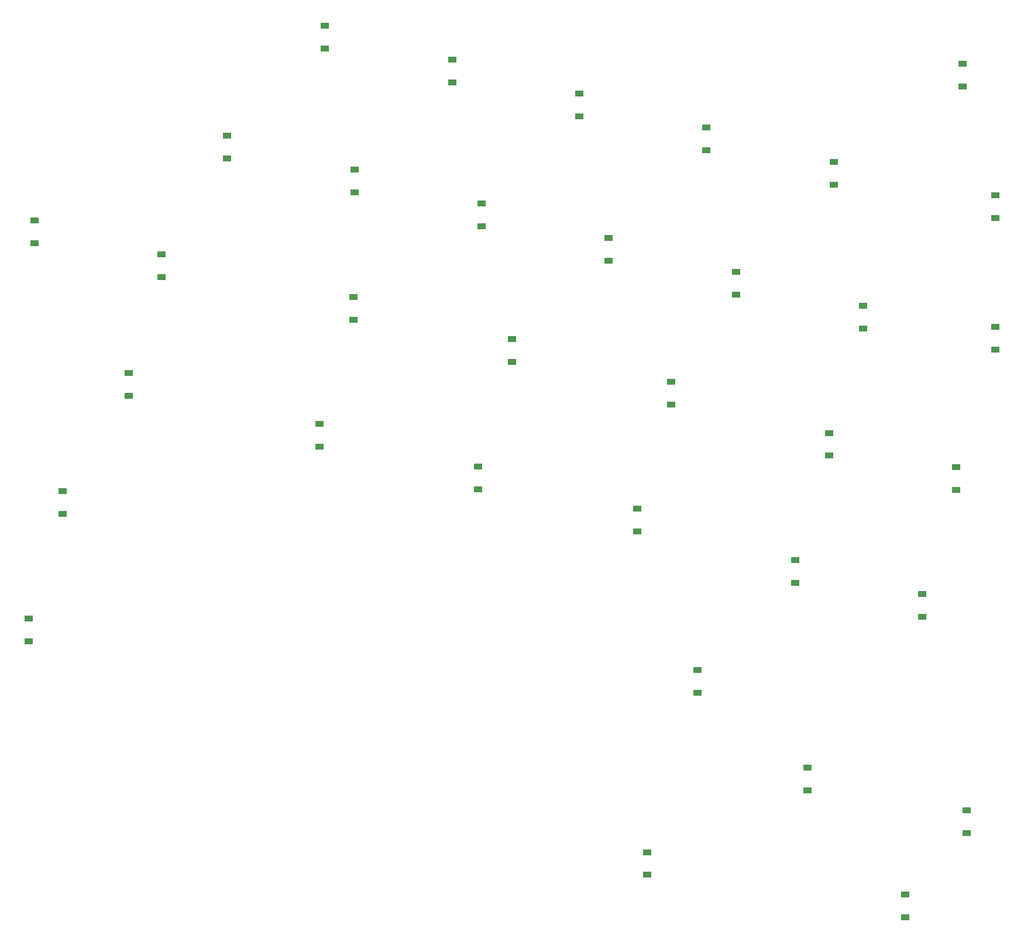
<source format=gbp>
G04 #@! TF.GenerationSoftware,KiCad,Pcbnew,(5.1.6)-1*
G04 #@! TF.CreationDate,2020-08-31T15:39:06-04:00*
G04 #@! TF.ProjectId,keyboard,6b657962-6f61-4726-942e-6b696361645f,rev?*
G04 #@! TF.SameCoordinates,Original*
G04 #@! TF.FileFunction,Paste,Bot*
G04 #@! TF.FilePolarity,Positive*
%FSLAX46Y46*%
G04 Gerber Fmt 4.6, Leading zero omitted, Abs format (unit mm)*
G04 Created by KiCad (PCBNEW (5.1.6)-1) date 2020-08-31 15:39:06*
%MOMM*%
%LPD*%
G01*
G04 APERTURE LIST*
%ADD10R,1.200000X0.900000*%
G04 APERTURE END LIST*
D10*
X283994126Y-144265000D03*
X283994126Y-147565000D03*
X302395013Y-149195503D03*
X302395013Y-152495503D03*
X376266686Y-149756117D03*
X376266686Y-153056117D03*
X269863179Y-160200636D03*
X269863179Y-163500636D03*
X288264066Y-165131138D03*
X288264066Y-168431138D03*
X306664953Y-170061641D03*
X306664953Y-173361641D03*
X320795900Y-154126006D03*
X320795900Y-157426006D03*
X339196787Y-159056508D03*
X339196787Y-162356508D03*
X357597674Y-163987011D03*
X357597674Y-167287011D03*
X381029186Y-168806117D03*
X381029186Y-172106117D03*
X241931568Y-172438394D03*
X241931568Y-175738394D03*
X260332455Y-177368897D03*
X260332455Y-180668897D03*
X288096063Y-183532025D03*
X288096063Y-186832025D03*
X325065840Y-174992144D03*
X325065840Y-178292144D03*
X343466727Y-179922647D03*
X343466727Y-183222647D03*
X361867614Y-184853150D03*
X361867614Y-188153150D03*
X381029186Y-187856117D03*
X381029186Y-191156117D03*
X255564230Y-194537158D03*
X255564230Y-197837158D03*
X283165561Y-201932912D03*
X283165561Y-205232912D03*
X311097172Y-189695154D03*
X311097172Y-192995154D03*
X306166669Y-208096041D03*
X306166669Y-211396041D03*
X334098281Y-195858282D03*
X334098281Y-199158282D03*
X356937111Y-203254037D03*
X356937111Y-206554037D03*
X375337998Y-208184539D03*
X375337998Y-211484539D03*
X246033506Y-211705419D03*
X246033506Y-215005419D03*
X329167778Y-214259169D03*
X329167778Y-217559169D03*
X352006609Y-221654924D03*
X352006609Y-224954924D03*
X370407496Y-226585426D03*
X370407496Y-229885426D03*
X241103003Y-230106306D03*
X241103003Y-233406306D03*
X337875662Y-237590559D03*
X337875662Y-240890559D03*
X330642186Y-263959264D03*
X330642186Y-267259264D03*
X353811298Y-251721506D03*
X353811298Y-255021506D03*
X376812407Y-257884634D03*
X376812407Y-261184634D03*
X367930795Y-270122392D03*
X367930795Y-273422392D03*
M02*

</source>
